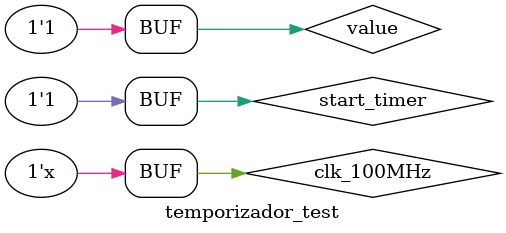
<source format=v>
`timescale 1ns / 1ps


module temporizador_test;

	// Inputs
	reg clk_100MHz;
	reg value;
	reg start_timer;

	// Outputs
	wire t_expired;

	// Instantiate the Unit Under Test (UUT)
	temporizador uut (
		.clk_100MHz(clk_100MHz), 
		.value(value), 
		.texpired(texpired), 
		.start_timer(start_timer)
	);

	initial begin
		// Initialize Inputs
		clk_100MHz = 0;
		value = 0;
		start_timer = 0;

		// Wait 100 ns for global reset to finish
		#100;
        
		// Add stimulus here
		#10 start_timer=1 ;
		#10 value=1 ;
		
		end
	always
      #1  clk_100MHz =  ! clk_100MHz; 
	
      
endmodule


</source>
